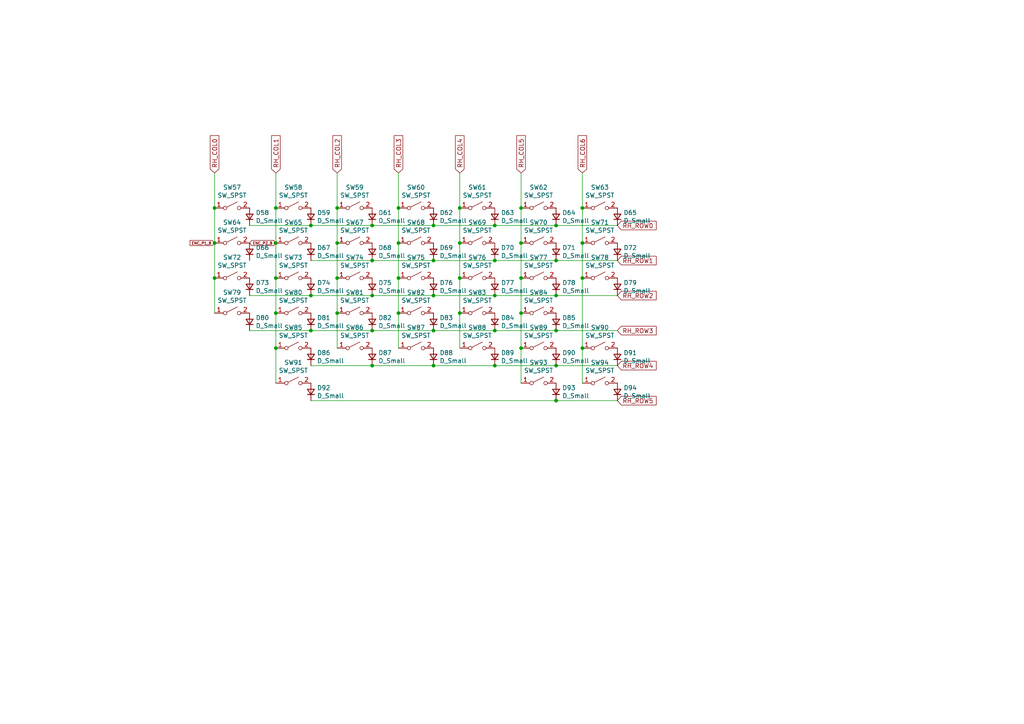
<source format=kicad_sch>
(kicad_sch (version 20211123) (generator eeschema)
  (paper "A4")
  (lib_symbols
    (symbol "Device:D_Small" (pin_numbers hide) (pin_names (offset 0.254) hide)
      (property "Reference" "D" (at -1.27 2.032 0))
      (property "Value" "D_Small" (at -3.81 -2.032 0))
      (symbol "D_Small_0_1"
        (polyline (pts (xy -0.762 -1.016) (xy -0.762 1.016)) (stroke (width 0.254)))
        (polyline (pts (xy -0.762 0) (xy 0.762 0)))
        (polyline (pts (xy 0.762 -1.016) (xy -0.762 0) (xy 0.762 1.016) (xy 0.762 -1.016)) (stroke (width 0.254)))
      )
      (symbol "D_Small_1_1"
        (pin passive line (at -2.54 0 0) (length 1.778) (name "K") (number "1"))
        (pin passive line (at 2.54 0 180) (length 1.778) (name "A") (number "2"))
      )
    )
    (symbol "Switch:SW_SPST" (pin_names (offset 0) hide)
      (property "Reference" "SW" (at 0 3.175 0))
      (property "Value" "SW_SPST" (at 0 -2.54 0))
      (symbol "SW_SPST_0_0"
        (circle (center -2.032 0) (radius 0.508))
        (polyline (pts (xy -1.524 0.254) (xy 1.524 1.778)))
        (circle (center 2.032 0) (radius 0.508))
      )
      (symbol "SW_SPST_1_1"
        (pin passive line (at -5.08 0 0) (length 2.54) (name "A") (number "1"))
        (pin passive line (at 5.08 0 180) (length 2.54) (name "B") (number "2"))
      )
    )
  )
  (junction (at 80.01 70.485))
  (junction (at 168.91 70.485))
  (junction (at 151.13 90.805))
  (junction (at 115.57 60.325))
  (junction (at 161.29 106.045))
  (junction (at 125.73 85.725))
  (junction (at 90.17 95.885))
  (junction (at 115.57 80.645))
  (junction (at 133.35 70.485))
  (junction (at 161.29 116.205))
  (junction (at 62.23 70.485))
  (junction (at 151.13 80.645))
  (junction (at 125.73 106.045))
  (junction (at 143.51 106.045))
  (junction (at 90.17 85.725))
  (junction (at 133.35 90.805))
  (junction (at 143.51 95.885))
  (junction (at 151.13 70.485))
  (junction (at 107.95 65.405))
  (junction (at 143.51 65.405))
  (junction (at 168.91 60.325))
  (junction (at 80.01 100.965))
  (junction (at 90.17 65.405))
  (junction (at 143.51 85.725))
  (junction (at 161.29 65.405))
  (junction (at 107.95 95.885))
  (junction (at 151.13 60.325))
  (junction (at 161.29 95.885))
  (junction (at 125.73 95.885))
  (junction (at 107.95 75.565))
  (junction (at 115.57 70.485))
  (junction (at 97.79 70.485))
  (junction (at 168.91 80.645))
  (junction (at 168.91 100.965))
  (junction (at 151.13 100.965))
  (junction (at 125.73 75.565))
  (junction (at 97.79 60.325))
  (junction (at 97.79 90.805))
  (junction (at 161.29 85.725))
  (junction (at 115.57 90.805))
  (junction (at 107.95 106.045))
  (junction (at 133.35 80.645))
  (junction (at 80.01 90.805))
  (junction (at 161.29 75.565))
  (junction (at 143.51 75.565))
  (junction (at 80.01 80.645))
  (junction (at 107.95 85.725))
  (junction (at 62.23 60.325))
  (junction (at 125.73 65.405))
  (junction (at 133.35 60.325))
  (junction (at 97.79 80.645))
  (junction (at 80.01 60.325))
  (junction (at 62.23 80.645))
  (wire (pts (xy 107.95 95.885) (xy 90.17 95.885)))
  (wire (pts (xy 168.91 100.965) (xy 168.91 111.125)))
  (wire (pts (xy 133.35 70.485) (xy 133.35 60.325)))
  (wire (pts (xy 115.57 80.645) (xy 115.57 70.485)))
  (wire (pts (xy 179.07 95.885) (xy 161.29 95.885)))
  (wire (pts (xy 90.17 95.885) (xy 72.39 95.885)))
  (wire (pts (xy 143.51 65.405) (xy 125.73 65.405)))
  (wire (pts (xy 107.95 75.565) (xy 90.17 75.565)))
  (wire (pts (xy 151.13 60.325) (xy 151.13 50.165)))
  (wire (pts (xy 179.07 75.565) (xy 161.29 75.565)))
  (wire (pts (xy 151.13 80.645) (xy 151.13 70.485)))
  (wire (pts (xy 143.51 75.565) (xy 125.73 75.565)))
  (wire (pts (xy 62.23 80.645) (xy 62.23 90.805)))
  (wire (pts (xy 143.51 95.885) (xy 125.73 95.885)))
  (wire (pts (xy 133.35 90.805) (xy 133.35 80.645)))
  (wire (pts (xy 151.13 90.805) (xy 151.13 80.645)))
  (wire (pts (xy 80.01 100.965) (xy 80.01 111.125)))
  (wire (pts (xy 125.73 75.565) (xy 107.95 75.565)))
  (wire (pts (xy 168.91 80.645) (xy 168.91 100.965)))
  (wire (pts (xy 125.73 65.405) (xy 107.95 65.405)))
  (wire (pts (xy 107.95 65.405) (xy 90.17 65.405)))
  (wire (pts (xy 179.07 106.045) (xy 161.29 106.045)))
  (wire (pts (xy 161.29 65.405) (xy 143.51 65.405)))
  (wire (pts (xy 133.35 100.965) (xy 133.35 90.805)))
  (wire (pts (xy 107.95 106.045) (xy 90.17 106.045)))
  (wire (pts (xy 133.35 80.645) (xy 133.35 70.485)))
  (wire (pts (xy 161.29 85.725) (xy 143.51 85.725)))
  (wire (pts (xy 179.07 65.405) (xy 161.29 65.405)))
  (wire (pts (xy 161.29 106.045) (xy 143.51 106.045)))
  (wire (pts (xy 133.35 60.325) (xy 133.35 50.165)))
  (wire (pts (xy 62.23 60.325) (xy 62.23 70.485)))
  (wire (pts (xy 151.13 100.965) (xy 151.13 90.805)))
  (wire (pts (xy 90.17 85.725) (xy 72.39 85.725)))
  (wire (pts (xy 97.79 70.485) (xy 97.79 60.325)))
  (wire (pts (xy 80.01 70.485) (xy 80.01 60.325)))
  (wire (pts (xy 143.51 85.725) (xy 125.73 85.725)))
  (wire (pts (xy 168.91 80.645) (xy 168.91 70.485)))
  (wire (pts (xy 80.01 80.645) (xy 80.01 70.485)))
  (wire (pts (xy 107.95 85.725) (xy 90.17 85.725)))
  (wire (pts (xy 168.91 60.325) (xy 168.91 50.165)))
  (wire (pts (xy 115.57 100.965) (xy 115.57 90.805)))
  (wire (pts (xy 125.73 85.725) (xy 107.95 85.725)))
  (wire (pts (xy 168.91 70.485) (xy 168.91 60.325)))
  (wire (pts (xy 80.01 90.805) (xy 80.01 80.645)))
  (wire (pts (xy 80.01 60.325) (xy 80.01 50.165)))
  (wire (pts (xy 97.79 80.645) (xy 97.79 70.485)))
  (wire (pts (xy 151.13 70.485) (xy 151.13 60.325)))
  (wire (pts (xy 115.57 60.325) (xy 115.57 50.165)))
  (wire (pts (xy 125.73 106.045) (xy 107.95 106.045)))
  (wire (pts (xy 97.79 100.965) (xy 97.79 90.805)))
  (wire (pts (xy 179.07 85.725) (xy 161.29 85.725)))
  (wire (pts (xy 143.51 106.045) (xy 125.73 106.045)))
  (wire (pts (xy 115.57 90.805) (xy 115.57 80.645)))
  (wire (pts (xy 97.79 90.805) (xy 97.79 80.645)))
  (wire (pts (xy 115.57 70.485) (xy 115.57 60.325)))
  (wire (pts (xy 80.01 100.965) (xy 80.01 90.805)))
  (wire (pts (xy 125.73 95.885) (xy 107.95 95.885)))
  (wire (pts (xy 97.79 60.325) (xy 97.79 50.165)))
  (wire (pts (xy 151.13 111.125) (xy 151.13 100.965)))
  (wire (pts (xy 90.17 65.405) (xy 72.39 65.405)))
  (wire (pts (xy 161.29 95.885) (xy 143.51 95.885)))
  (wire (pts (xy 161.29 75.565) (xy 143.51 75.565)))
  (wire (pts (xy 90.17 116.205) (xy 161.29 116.205)))
  (wire (pts (xy 62.23 70.485) (xy 62.23 80.645)))
  (wire (pts (xy 161.29 116.205) (xy 179.07 116.205)))
  (wire (pts (xy 62.23 60.325) (xy 62.23 50.165)))
  (global_label "RH_COL3" (shape input) (at 115.57 50.165 90) (property "Intersheet References" "${INTERSHEET_REFS}" (effects hide)))
  (global_label "RH_COL1" (shape input) (at 80.01 50.165 90) (property "Intersheet References" "${INTERSHEET_REFS}" (effects hide)))
  (global_label "RH_ROW0" (shape input) (at 179.07 65.405 0) (property "Intersheet References" "${INTERSHEET_REFS}" (effects hide)))
  (global_label "RH_ROW2" (shape input) (at 179.07 85.725 0) (property "Intersheet References" "${INTERSHEET_REFS}" (effects hide)))
  (global_label "RH_COL5" (shape input) (at 151.13 50.165 90) (property "Intersheet References" "${INTERSHEET_REFS}" (effects hide)))
  (global_label "RH_ROW1" (shape input) (at 179.07 75.565 0) (property "Intersheet References" "${INTERSHEET_REFS}" (effects hide)))
  (global_label "RH_COL2" (shape input) (at 97.79 50.165 90) (property "Intersheet References" "${INTERSHEET_REFS}" (effects hide)))
  (global_label "RH_ROW4" (shape input) (at 179.07 106.045 0) (property "Intersheet References" "${INTERSHEET_REFS}" (effects hide)))
  (global_label "ENC_P2_B" (shape input) (at 72.39 70.485 0) (effects (font (size 0.762 0.762))) (property "Intersheet References" "${INTERSHEET_REFS}" (effects hide)))
  (global_label "RH_COL0" (shape input) (at 62.23 50.165 90) (property "Intersheet References" "${INTERSHEET_REFS}" (effects hide)))
  (global_label "RH_ROW5" (shape input) (at 179.07 116.205 0) (property "Intersheet References" "${INTERSHEET_REFS}" (effects hide)))
  (global_label "RH_COL6" (shape input) (at 168.91 50.165 90) (property "Intersheet References" "${INTERSHEET_REFS}" (effects hide)))
  (global_label "ENC_P1_B" (shape input) (at 62.23 70.485 180) (effects (font (size 0.762 0.762))) (property "Intersheet References" "${INTERSHEET_REFS}" (effects hide)))
  (global_label "RH_COL4" (shape input) (at 133.35 50.165 90) (property "Intersheet References" "${INTERSHEET_REFS}" (effects hide)))
  (global_label "RH_ROW3" (shape input) (at 179.07 95.885 0) (property "Intersheet References" "${INTERSHEET_REFS}" (effects hide)))
  (symbol (lib_id "Switch:SW_SPST") (at 138.43 80.645 0) (unit 1)
    (property "Reference" "SW76" (at 138.43 74.676 0))
    (property "Value" "SW_SPST" (at 138.43 76.9874 0))
    (property "Footprint" "MX_Only:MXOnly-1U-Hotswap" (effects hide))
  )
  (symbol (lib_id "Device:D_Small") (at 107.95 83.185 90) (unit 1)
    (property "Reference" "D75" (at 109.728 82.0166 90) (effects (justify right)))
    (property "Value" "D_Small" (at 109.728 84.328 90) (effects (justify right)))
    (property "Footprint" "Diode_SMD:D_SOD-123" (effects hide))
  )
  (symbol (lib_id "Device:D_Small") (at 90.17 103.505 90) (unit 1)
    (property "Reference" "D86" (at 91.948 102.3366 90) (effects (justify right)))
    (property "Value" "D_Small" (at 91.948 104.648 90) (effects (justify right)))
    (property "Footprint" "Diode_SMD:D_SOD-123" (effects hide))
  )
  (symbol (lib_id "Switch:SW_SPST") (at 138.43 90.805 0) (unit 1)
    (property "Reference" "SW83" (at 138.43 84.836 0))
    (property "Value" "SW_SPST" (at 138.43 87.1474 0))
    (property "Footprint" "MX_Only:MXOnly-1U-Hotswap" (effects hide))
  )
  (symbol (lib_id "Device:D_Small") (at 72.39 93.345 90) (unit 1)
    (property "Reference" "D80" (at 74.168 92.1766 90) (effects (justify right)))
    (property "Value" "D_Small" (at 74.168 94.488 90) (effects (justify right)))
    (property "Footprint" "Diode_SMD:D_SOD-123" (effects hide))
  )
  (symbol (lib_id "Switch:SW_SPST") (at 156.21 60.325 0) (unit 1)
    (property "Reference" "SW62" (at 156.21 54.356 0))
    (property "Value" "SW_SPST" (at 156.21 56.6674 0))
    (property "Footprint" "MX_Only:MXOnly-1U-Hotswap" (effects hide))
  )
  (symbol (lib_id "Device:D_Small") (at 161.29 93.345 90) (unit 1)
    (property "Reference" "D85" (at 163.068 92.1766 90) (effects (justify right)))
    (property "Value" "D_Small" (at 163.068 94.488 90) (effects (justify right)))
    (property "Footprint" "Diode_SMD:D_SOD-123" (effects hide))
  )
  (symbol (lib_id "Switch:SW_SPST") (at 120.65 70.485 0) (unit 1)
    (property "Reference" "SW68" (at 120.65 64.516 0))
    (property "Value" "SW_SPST" (at 120.65 66.8274 0))
    (property "Footprint" "MX_Only:MXOnly-1U-Hotswap" (effects hide))
  )
  (symbol (lib_id "Device:D_Small") (at 143.51 103.505 90) (unit 1)
    (property "Reference" "D89" (at 145.288 102.3366 90) (effects (justify right)))
    (property "Value" "D_Small" (at 145.288 104.648 90) (effects (justify right)))
    (property "Footprint" "Diode_SMD:D_SOD-123" (effects hide))
  )
  (symbol (lib_id "Switch:SW_SPST") (at 173.99 80.645 0) (unit 1)
    (property "Reference" "SW78" (at 173.99 74.676 0))
    (property "Value" "SW_SPST" (at 173.99 76.9874 0))
    (property "Footprint" "MX_Only:MXOnly-1U-Hotswap" (effects hide))
  )
  (symbol (lib_id "Switch:SW_SPST") (at 67.31 60.325 0) (unit 1)
    (property "Reference" "SW57" (at 67.31 54.356 0))
    (property "Value" "SW_SPST" (at 67.31 56.6674 0))
    (property "Footprint" "MX_Only:MXOnly-1U-Hotswap" (effects hide))
  )
  (symbol (lib_id "Device:D_Small") (at 125.73 73.025 90) (unit 1)
    (property "Reference" "D69" (at 127.508 71.8566 90) (effects (justify right)))
    (property "Value" "D_Small" (at 127.508 74.168 90) (effects (justify right)))
    (property "Footprint" "Diode_SMD:D_SOD-123" (effects hide))
  )
  (symbol (lib_id "Switch:SW_SPST") (at 156.21 111.125 0) (unit 1)
    (property "Reference" "SW93" (at 156.21 105.156 0))
    (property "Value" "SW_SPST" (at 156.21 107.4674 0))
    (property "Footprint" "MX_Only:MXOnly-2.75U-Hotswap-ReversedStabilizers" (effects hide))
  )
  (symbol (lib_id "Device:D_Small") (at 107.95 73.025 90) (unit 1)
    (property "Reference" "D68" (at 109.728 71.8566 90) (effects (justify right)))
    (property "Value" "D_Small" (at 109.728 74.168 90) (effects (justify right)))
    (property "Footprint" "Diode_SMD:D_SOD-123" (effects hide))
  )
  (symbol (lib_id "Switch:SW_SPST") (at 102.87 100.965 0) (unit 1)
    (property "Reference" "SW86" (at 102.87 94.996 0))
    (property "Value" "SW_SPST" (at 102.87 97.3074 0))
    (property "Footprint" "MX_Only:MXOnly-1U-Hotswap" (effects hide))
  )
  (symbol (lib_id "Device:D_Small") (at 90.17 93.345 90) (unit 1)
    (property "Reference" "D81" (at 91.948 92.1766 90) (effects (justify right)))
    (property "Value" "D_Small" (at 91.948 94.488 90) (effects (justify right)))
    (property "Footprint" "Diode_SMD:D_SOD-123" (effects hide))
  )
  (symbol (lib_id "Device:D_Small") (at 72.39 62.865 90) (unit 1)
    (property "Reference" "D58" (at 74.168 61.6966 90) (effects (justify right)))
    (property "Value" "D_Small" (at 74.168 64.008 90) (effects (justify right)))
    (property "Footprint" "Diode_SMD:D_SOD-123" (effects hide))
  )
  (symbol (lib_id "Device:D_Small") (at 161.29 62.865 90) (unit 1)
    (property "Reference" "D64" (at 163.068 61.6966 90) (effects (justify right)))
    (property "Value" "D_Small" (at 163.068 64.008 90) (effects (justify right)))
    (property "Footprint" "Diode_SMD:D_SOD-123" (effects hide))
  )
  (symbol (lib_id "Switch:SW_SPST") (at 120.65 60.325 0) (unit 1)
    (property "Reference" "SW60" (at 120.65 54.356 0))
    (property "Value" "SW_SPST" (at 120.65 56.6674 0))
    (property "Footprint" "MX_Only:MXOnly-1U-Hotswap" (effects hide))
  )
  (symbol (lib_id "Device:D_Small") (at 90.17 62.865 90) (unit 1)
    (property "Reference" "D59" (at 91.948 61.6966 90) (effects (justify right)))
    (property "Value" "D_Small" (at 91.948 64.008 90) (effects (justify right)))
    (property "Footprint" "Diode_SMD:D_SOD-123" (effects hide))
  )
  (symbol (lib_id "Switch:SW_SPST") (at 156.21 100.965 0) (unit 1)
    (property "Reference" "SW89" (at 156.21 94.996 0))
    (property "Value" "SW_SPST" (at 156.21 97.3074 0))
    (property "Footprint" "MX_Only:MXOnly-1U-Hotswap" (effects hide))
  )
  (symbol (lib_id "Switch:SW_SPST") (at 138.43 60.325 0) (unit 1)
    (property "Reference" "SW61" (at 138.43 54.356 0))
    (property "Value" "SW_SPST" (at 138.43 56.6674 0))
    (property "Footprint" "MX_Only:MXOnly-1U-Hotswap" (effects hide))
  )
  (symbol (lib_id "Switch:SW_SPST") (at 156.21 70.485 0) (unit 1)
    (property "Reference" "SW70" (at 156.21 64.516 0))
    (property "Value" "SW_SPST" (at 156.21 66.8274 0))
    (property "Footprint" "MX_Only:MXOnly-1U-Hotswap" (effects hide))
  )
  (symbol (lib_id "Device:D_Small") (at 179.07 73.025 90) (unit 1)
    (property "Reference" "D72" (at 180.848 71.8566 90) (effects (justify right)))
    (property "Value" "D_Small" (at 180.848 74.168 90) (effects (justify right)))
    (property "Footprint" "Diode_SMD:D_SOD-123" (effects hide))
  )
  (symbol (lib_id "Switch:SW_SPST") (at 102.87 80.645 0) (unit 1)
    (property "Reference" "SW74" (at 102.87 74.676 0))
    (property "Value" "SW_SPST" (at 102.87 76.9874 0))
    (property "Footprint" "MX_Only:MXOnly-1U-Hotswap" (effects hide))
  )
  (symbol (lib_id "Device:D_Small") (at 143.51 73.025 90) (unit 1)
    (property "Reference" "D70" (at 145.288 71.8566 90) (effects (justify right)))
    (property "Value" "D_Small" (at 145.288 74.168 90) (effects (justify right)))
    (property "Footprint" "Diode_SMD:D_SOD-123" (effects hide))
  )
  (symbol (lib_id "Device:D_Small") (at 143.51 93.345 90) (unit 1)
    (property "Reference" "D84" (at 145.288 92.1766 90) (effects (justify right)))
    (property "Value" "D_Small" (at 145.288 94.488 90) (effects (justify right)))
    (property "Footprint" "Diode_SMD:D_SOD-123" (effects hide))
  )
  (symbol (lib_id "Switch:SW_SPST") (at 67.31 80.645 0) (unit 1)
    (property "Reference" "SW72" (at 67.31 74.676 0))
    (property "Value" "SW_SPST" (at 67.31 76.9874 0))
    (property "Footprint" "MX_Only:MXOnly-1.5U-Hotswap" (effects hide))
  )
  (symbol (lib_id "Switch:SW_SPST") (at 173.99 100.965 0) (unit 1)
    (property "Reference" "SW90" (at 173.99 94.996 0))
    (property "Value" "SW_SPST" (at 173.99 97.3074 0))
    (property "Footprint" "MX_Only:MXOnly-1U-Hotswap" (effects hide))
  )
  (symbol (lib_id "Device:D_Small") (at 143.51 83.185 90) (unit 1)
    (property "Reference" "D77" (at 145.288 82.0166 90) (effects (justify right)))
    (property "Value" "D_Small" (at 145.288 84.328 90) (effects (justify right)))
    (property "Footprint" "Diode_SMD:D_SOD-123" (effects hide))
  )
  (symbol (lib_id "Switch:SW_SPST") (at 85.09 100.965 0) (unit 1)
    (property "Reference" "SW85" (at 85.09 94.996 0))
    (property "Value" "SW_SPST" (at 85.09 97.3074 0))
    (property "Footprint" "MX_Only:MXOnly-1U-Hotswap" (effects hide))
  )
  (symbol (lib_id "Switch:SW_SPST") (at 138.43 100.965 0) (unit 1)
    (property "Reference" "SW88" (at 138.43 94.996 0))
    (property "Value" "SW_SPST" (at 138.43 97.3074 0))
    (property "Footprint" "MX_Only:MXOnly-1U-Hotswap" (effects hide))
  )
  (symbol (lib_id "Device:D_Small") (at 125.73 103.505 90) (unit 1)
    (property "Reference" "D88" (at 127.508 102.3366 90) (effects (justify right)))
    (property "Value" "D_Small" (at 127.508 104.648 90) (effects (justify right)))
    (property "Footprint" "Diode_SMD:D_SOD-123" (effects hide))
  )
  (symbol (lib_id "Device:D_Small") (at 125.73 93.345 90) (unit 1)
    (property "Reference" "D83" (at 127.508 92.1766 90) (effects (justify right)))
    (property "Value" "D_Small" (at 127.508 94.488 90) (effects (justify right)))
    (property "Footprint" "Diode_SMD:D_SOD-123" (effects hide))
  )
  (symbol (lib_id "Switch:SW_SPST") (at 120.65 100.965 0) (unit 1)
    (property "Reference" "SW87" (at 120.65 94.996 0))
    (property "Value" "SW_SPST" (at 120.65 97.3074 0))
    (property "Footprint" "MX_Only:MXOnly-1U-Hotswap" (effects hide))
  )
  (symbol (lib_id "Device:D_Small") (at 179.07 83.185 90) (unit 1)
    (property "Reference" "D79" (at 180.848 82.0166 90) (effects (justify right)))
    (property "Value" "D_Small" (at 180.848 84.328 90) (effects (justify right)))
    (property "Footprint" "Diode_SMD:D_SOD-123" (effects hide))
  )
  (symbol (lib_id "Switch:SW_SPST") (at 173.99 70.485 0) (unit 1)
    (property "Reference" "SW71" (at 173.99 64.516 0))
    (property "Value" "SW_SPST" (at 173.99 66.8274 0))
    (property "Footprint" "MX_Only:MXOnly-1U-Hotswap" (effects hide))
  )
  (symbol (lib_id "Device:D_Small") (at 125.73 62.865 90) (unit 1)
    (property "Reference" "D62" (at 127.508 61.6966 90) (effects (justify right)))
    (property "Value" "D_Small" (at 127.508 64.008 90) (effects (justify right)))
    (property "Footprint" "Diode_SMD:D_SOD-123" (effects hide))
  )
  (symbol (lib_id "Device:D_Small") (at 179.07 113.665 90) (unit 1)
    (property "Reference" "D94" (at 180.848 112.4966 90) (effects (justify right)))
    (property "Value" "D_Small" (at 180.848 114.808 90) (effects (justify right)))
    (property "Footprint" "Diode_SMD:D_SOD-123" (effects hide))
  )
  (symbol (lib_id "Device:D_Small") (at 143.51 62.865 90) (unit 1)
    (property "Reference" "D63" (at 145.288 61.6966 90) (effects (justify right)))
    (property "Value" "D_Small" (at 145.288 64.008 90) (effects (justify right)))
    (property "Footprint" "Diode_SMD:D_SOD-123" (effects hide))
  )
  (symbol (lib_id "Switch:SW_SPST") (at 102.87 60.325 0) (unit 1)
    (property "Reference" "SW59" (at 102.87 54.356 0))
    (property "Value" "SW_SPST" (at 102.87 56.6674 0))
    (property "Footprint" "MX_Only:MXOnly-1U-Hotswap" (effects hide))
  )
  (symbol (lib_id "Switch:SW_SPST") (at 102.87 70.485 0) (unit 1)
    (property "Reference" "SW67" (at 102.87 64.516 0))
    (property "Value" "SW_SPST" (at 102.87 66.8274 0))
    (property "Footprint" "MX_Only:MXOnly-1U-Hotswap" (effects hide))
  )
  (symbol (lib_id "Switch:SW_SPST") (at 156.21 90.805 0) (unit 1)
    (property "Reference" "SW84" (at 156.21 84.836 0))
    (property "Value" "SW_SPST" (at 156.21 87.1474 0))
    (property "Footprint" "MX_Only:MXOnly-1U-Hotswap" (effects hide))
  )
  (symbol (lib_id "Device:D_Small") (at 90.17 113.665 90) (unit 1)
    (property "Reference" "D92" (at 91.948 112.4966 90) (effects (justify right)))
    (property "Value" "D_Small" (at 91.948 114.808 90) (effects (justify right)))
    (property "Footprint" "Diode_SMD:D_SOD-123" (effects hide))
  )
  (symbol (lib_id "Device:D_Small") (at 107.95 103.505 90) (unit 1)
    (property "Reference" "D87" (at 109.728 102.3366 90) (effects (justify right)))
    (property "Value" "D_Small" (at 109.728 104.648 90) (effects (justify right)))
    (property "Footprint" "Diode_SMD:D_SOD-123" (effects hide))
  )
  (symbol (lib_id "Device:D_Small") (at 72.39 83.185 90) (unit 1)
    (property "Reference" "D73" (at 74.168 82.0166 90) (effects (justify right)))
    (property "Value" "D_Small" (at 74.168 84.328 90) (effects (justify right)))
    (property "Footprint" "Diode_SMD:D_SOD-123" (effects hide))
  )
  (symbol (lib_id "Device:D_Small") (at 161.29 83.185 90) (unit 1)
    (property "Reference" "D78" (at 163.068 82.0166 90) (effects (justify right)))
    (property "Value" "D_Small" (at 163.068 84.328 90) (effects (justify right)))
    (property "Footprint" "Diode_SMD:D_SOD-123" (effects hide))
  )
  (symbol (lib_id "Device:D_Small") (at 161.29 103.505 90) (unit 1)
    (property "Reference" "D90" (at 163.068 102.3366 90) (effects (justify right)))
    (property "Value" "D_Small" (at 163.068 104.648 90) (effects (justify right)))
    (property "Footprint" "Diode_SMD:D_SOD-123" (effects hide))
  )
  (symbol (lib_id "Switch:SW_SPST") (at 102.87 90.805 0) (unit 1)
    (property "Reference" "SW81" (at 102.87 84.836 0))
    (property "Value" "SW_SPST" (at 102.87 87.1474 0))
    (property "Footprint" "MX_Only:MXOnly-1U-Hotswap" (effects hide))
  )
  (symbol (lib_id "Switch:SW_SPST") (at 67.31 70.485 0) (unit 1)
    (property "Reference" "SW64" (at 67.31 64.516 0))
    (property "Value" "SW_SPST" (at 67.31 66.8274 0))
    (property "Footprint" "MX_Only:MXOnly-1U-Hotswap" (effects hide))
  )
  (symbol (lib_id "Switch:SW_SPST") (at 173.99 111.125 0) (unit 1)
    (property "Reference" "SW94" (at 173.99 105.156 0))
    (property "Value" "SW_SPST" (at 173.99 107.4674 0))
    (property "Footprint" "MX_Only:MXOnly-1U-Hotswap" (effects hide))
  )
  (symbol (lib_id "Device:D_Small") (at 161.29 113.665 90) (unit 1)
    (property "Reference" "D93" (at 163.068 112.4966 90) (effects (justify right)))
    (property "Value" "D_Small" (at 163.068 114.808 90) (effects (justify right)))
    (property "Footprint" "Diode_SMD:D_SOD-123" (effects hide))
  )
  (symbol (lib_id "Device:D_Small") (at 179.07 62.865 90) (unit 1)
    (property "Reference" "D65" (at 180.848 61.6966 90) (effects (justify right)))
    (property "Value" "D_Small" (at 180.848 64.008 90) (effects (justify right)))
    (property "Footprint" "Diode_SMD:D_SOD-123" (effects hide))
  )
  (symbol (lib_id "Device:D_Small") (at 107.95 62.865 90) (unit 1)
    (property "Reference" "D61" (at 109.728 61.6966 90) (effects (justify right)))
    (property "Value" "D_Small" (at 109.728 64.008 90) (effects (justify right)))
    (property "Footprint" "Diode_SMD:D_SOD-123" (effects hide))
  )
  (symbol (lib_id "Device:D_Small") (at 125.73 83.185 90) (unit 1)
    (property "Reference" "D76" (at 127.508 82.0166 90) (effects (justify right)))
    (property "Value" "D_Small" (at 127.508 84.328 90) (effects (justify right)))
    (property "Footprint" "Diode_SMD:D_SOD-123" (effects hide))
  )
  (symbol (lib_id "Switch:SW_SPST") (at 85.09 80.645 0) (unit 1)
    (property "Reference" "SW73" (at 85.09 74.676 0))
    (property "Value" "SW_SPST" (at 85.09 76.9874 0))
    (property "Footprint" "MX_Only:MXOnly-1U-Hotswap" (effects hide))
  )
  (symbol (lib_id "Switch:SW_SPST") (at 85.09 70.485 0) (unit 1)
    (property "Reference" "SW65" (at 85.09 64.516 0))
    (property "Value" "SW_SPST" (at 85.09 66.8274 0))
    (property "Footprint" "MX_Only:MXOnly-1U-Hotswap" (effects hide))
  )
  (symbol (lib_id "Switch:SW_SPST") (at 173.99 60.325 0) (unit 1)
    (property "Reference" "SW63" (at 173.99 54.356 0))
    (property "Value" "SW_SPST" (at 173.99 56.6674 0))
    (property "Footprint" "MX_Only:MXOnly-1U-Hotswap" (effects hide))
  )
  (symbol (lib_id "Switch:SW_SPST") (at 138.43 70.485 0) (unit 1)
    (property "Reference" "SW69" (at 138.43 64.516 0))
    (property "Value" "SW_SPST" (at 138.43 66.8274 0))
    (property "Footprint" "MX_Only:MXOnly-1U-Hotswap" (effects hide))
  )
  (symbol (lib_id "Switch:SW_SPST") (at 85.09 60.325 0) (unit 1)
    (property "Reference" "SW58" (at 85.09 54.356 0))
    (property "Value" "SW_SPST" (at 85.09 56.6674 0))
    (property "Footprint" "MX_Only:MXOnly-1U-Hotswap" (effects hide))
  )
  (symbol (lib_id "Switch:SW_SPST") (at 120.65 80.645 0) (unit 1)
    (property "Reference" "SW75" (at 120.65 74.676 0))
    (property "Value" "SW_SPST" (at 120.65 76.9874 0))
    (property "Footprint" "MX_Only:MXOnly-1U-Hotswap" (effects hide))
  )
  (symbol (lib_id "Device:D_Small") (at 107.95 93.345 90) (unit 1)
    (property "Reference" "D82" (at 109.728 92.1766 90) (effects (justify right)))
    (property "Value" "D_Small" (at 109.728 94.488 90) (effects (justify right)))
    (property "Footprint" "Diode_SMD:D_SOD-123" (effects hide))
  )
  (symbol (lib_id "Switch:SW_SPST") (at 85.09 90.805 0) (unit 1)
    (property "Reference" "SW80" (at 85.09 84.836 0))
    (property "Value" "SW_SPST" (at 85.09 87.1474 0))
    (property "Footprint" "MX_Only:MXOnly-1U-Hotswap" (effects hide))
  )
  (symbol (lib_id "Device:D_Small") (at 161.29 73.025 90) (unit 1)
    (property "Reference" "D71" (at 163.068 71.8566 90) (effects (justify right)))
    (property "Value" "D_Small" (at 163.068 74.168 90) (effects (justify right)))
    (property "Footprint" "Diode_SMD:D_SOD-123" (effects hide))
  )
  (symbol (lib_id "Switch:SW_SPST") (at 120.65 90.805 0) (unit 1)
    (property "Reference" "SW82" (at 120.65 84.836 0))
    (property "Value" "SW_SPST" (at 120.65 87.1474 0))
    (property "Footprint" "MX_Only:MXOnly-1U-Hotswap" (effects hide))
  )
  (symbol (lib_id "Device:D_Small") (at 90.17 73.025 90) (unit 1)
    (property "Reference" "D67" (at 91.948 71.8566 90) (effects (justify right)))
    (property "Value" "D_Small" (at 91.948 74.168 90) (effects (justify right)))
    (property "Footprint" "Diode_SMD:D_SOD-123" (effects hide))
  )
  (symbol (lib_id "Switch:SW_SPST") (at 156.21 80.645 0) (unit 1)
    (property "Reference" "SW77" (at 156.21 74.676 0))
    (property "Value" "SW_SPST" (at 156.21 76.9874 0))
    (property "Footprint" "MX_Only:MXOnly-1U-Hotswap" (effects hide))
  )
  (symbol (lib_id "Device:D_Small") (at 179.07 103.505 90) (unit 1)
    (property "Reference" "D91" (at 180.848 102.3366 90) (effects (justify right)))
    (property "Value" "D_Small" (at 180.848 104.648 90) (effects (justify right)))
    (property "Footprint" "Diode_SMD:D_SOD-123" (effects hide))
  )
  (symbol (lib_id "Switch:SW_SPST") (at 85.09 111.125 0) (unit 1)
    (property "Reference" "SW91" (at 85.09 105.156 0))
    (property "Value" "SW_SPST" (at 85.09 107.4674 0))
    (property "Footprint" "MX_Only:MXOnly-1U-Hotswap" (effects hide))
  )
  (symbol (lib_id "Switch:SW_SPST") (at 67.31 90.805 0) (unit 1)
    (property "Reference" "SW79" (at 67.31 84.836 0))
    (property "Value" "SW_SPST" (at 67.31 87.1474 0))
    (property "Footprint" "MX_Only:MXOnly-2U-Hotswap-VerticalStabilizers" (effects hide))
  )
  (symbol (lib_id "Device:D_Small") (at 72.39 73.025 90) (unit 1)
    (property "Reference" "D66" (at 74.168 71.8566 90) (effects (justify right)))
    (property "Value" "D_Small" (at 74.168 74.168 90) (effects (justify right)))
    (property "Footprint" "Diode_SMD:D_SOD-123" (effects hide))
  )
  (symbol (lib_id "Device:D_Small") (at 90.17 83.185 90) (unit 1)
    (property "Reference" "D74" (at 91.948 82.0166 90) (effects (justify right)))
    (property "Value" "D_Small" (at 91.948 84.328 90) (effects (justify right)))
    (property "Footprint" "Diode_SMD:D_SOD-123" (effects hide))
  )
)
</source>
